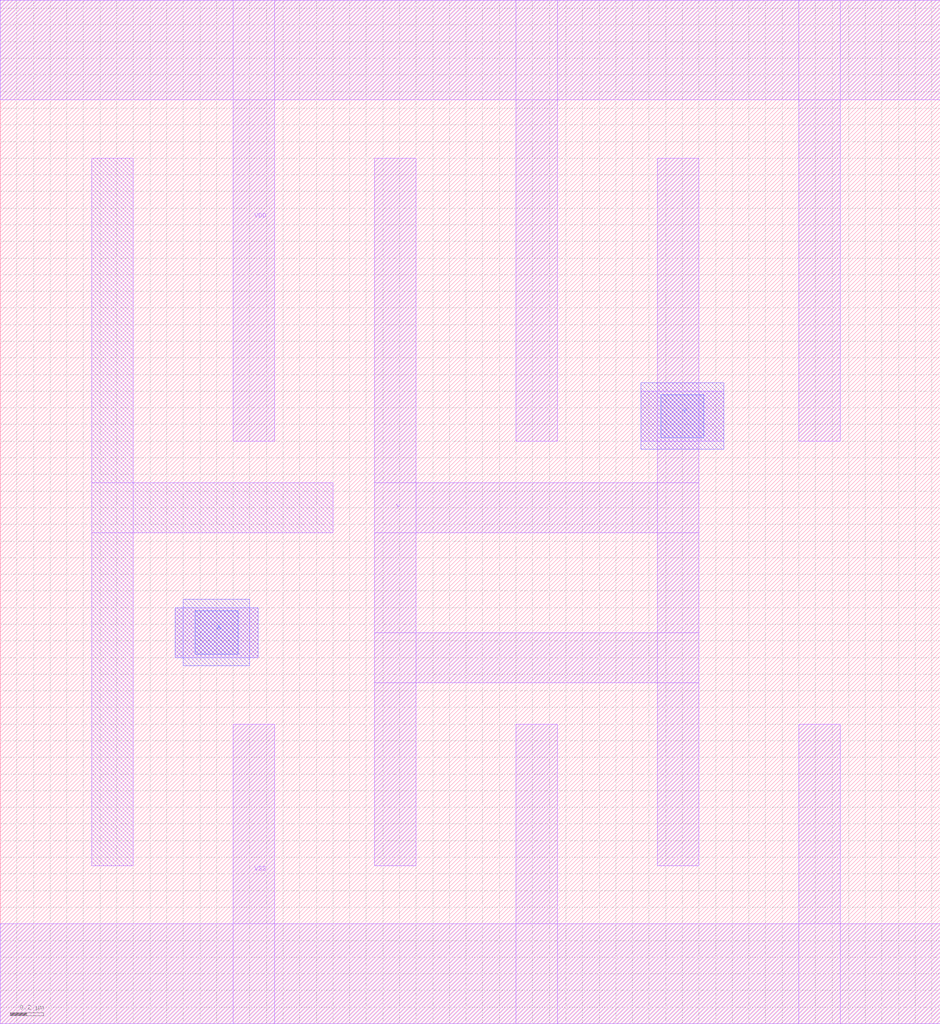
<source format=lef>
# Copyright 2022 Google LLC
# Licensed under the Apache License, Version 2.0 (the "License");
# you may not use this file except in compliance with the License.
# You may obtain a copy of the License at
#
#      http://www.apache.org/licenses/LICENSE-2.0
#
# Unless required by applicable law or agreed to in writing, software
# distributed under the License is distributed on an "AS IS" BASIS,
# WITHOUT WARRANTIES OR CONDITIONS OF ANY KIND, either express or implied.
# See the License for the specific language governing permissions and
# limitations under the License.
VERSION 5.7 ;
BUSBITCHARS "[]" ;
DIVIDERCHAR "/" ;

MACRO gf180mcu_osu_sc_gp9t3v3__clkbuf_4
  CLASS CORE ;
  ORIGIN 0 0 ;
  FOREIGN gf180mcu_osu_sc_gp9t3v3__clkbuf_4 0 0 ;
  SIZE 5.65 BY 6.15 ;
  SYMMETRY X Y ;
  SITE GF180_3p3_12t ;
  PIN VDD
    DIRECTION INOUT ;
    USE POWER ;
    SHAPE ABUTMENT ;
    PORT
      LAYER MET1 ;
        RECT 0 5.55 5.65 6.15 ;
        RECT 4.8 3.5 5.05 6.15 ;
        RECT 3.1 3.5 3.35 6.15 ;
        RECT 1.4 3.5 1.65 6.15 ;
    END
  END VDD
  PIN VSS
    DIRECTION INOUT ;
    USE GROUND ;
    PORT
      LAYER MET1 ;
        RECT 0 0 5.65 0.6 ;
        RECT 4.8 0 5.05 1.8 ;
        RECT 3.1 0 3.35 1.8 ;
        RECT 1.4 0 1.65 1.8 ;
    END
  END VSS
  PIN A
    DIRECTION INPUT ;
    USE SIGNAL ;
    PORT
      LAYER MET1 ;
        RECT 1.05 2.2 1.55 2.5 ;
      LAYER MET2 ;
        RECT 1.05 2.2 1.55 2.5 ;
        RECT 1.1 2.15 1.5 2.55 ;
      LAYER VIA12 ;
        RECT 1.17 2.22 1.43 2.48 ;
    END
  END A
  PIN Y
    DIRECTION OUTPUT ;
    USE SIGNAL ;
    PORT
      LAYER MET1 ;
        RECT 3.85 3.5 4.35 3.8 ;
        RECT 3.95 0.95 4.2 5.2 ;
        RECT 2.25 2.95 4.2 3.25 ;
        RECT 2.25 2.05 4.2 2.35 ;
        RECT 2.25 0.95 2.5 5.2 ;
      LAYER MET2 ;
        RECT 3.85 3.45 4.35 3.85 ;
      LAYER VIA12 ;
        RECT 3.97 3.52 4.23 3.78 ;
    END
  END Y
  OBS
    LAYER MET1 ;
      RECT 0.55 0.95 0.8 5.2 ;
      RECT 0.55 2.95 2 3.25 ;
  END
END gf180mcu_osu_sc_gp9t3v3__clkbuf_4

</source>
